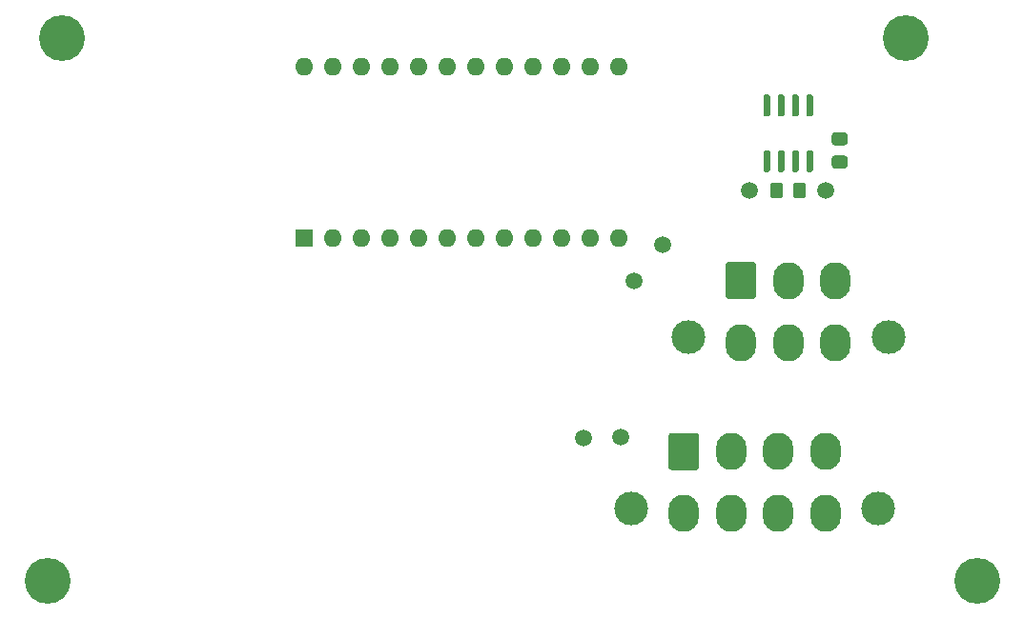
<source format=gbr>
G04 #@! TF.GenerationSoftware,KiCad,Pcbnew,(5.1.9)-1*
G04 #@! TF.CreationDate,2021-10-29T09:24:57-06:00*
G04 #@! TF.ProjectId,ABSIS_Bus_Master,41425349-535f-4427-9573-5f4d61737465,2*
G04 #@! TF.SameCoordinates,Original*
G04 #@! TF.FileFunction,Soldermask,Top*
G04 #@! TF.FilePolarity,Negative*
%FSLAX46Y46*%
G04 Gerber Fmt 4.6, Leading zero omitted, Abs format (unit mm)*
G04 Created by KiCad (PCBNEW (5.1.9)-1) date 2021-10-29 09:24:57*
%MOMM*%
%LPD*%
G01*
G04 APERTURE LIST*
%ADD10O,1.600000X1.600000*%
%ADD11R,1.600000X1.600000*%
%ADD12C,1.500000*%
%ADD13C,4.064000*%
%ADD14O,2.700000X3.300000*%
%ADD15C,3.000000*%
G04 APERTURE END LIST*
D10*
X140173000Y-73426000D03*
X168113000Y-88666000D03*
X142713000Y-73426000D03*
X165573000Y-88666000D03*
X145253000Y-73426000D03*
X163033000Y-88666000D03*
X147793000Y-73426000D03*
X160493000Y-88666000D03*
X150333000Y-73426000D03*
X157953000Y-88666000D03*
X152873000Y-73426000D03*
X155413000Y-88666000D03*
X155413000Y-73426000D03*
X152873000Y-88666000D03*
X157953000Y-73426000D03*
X150333000Y-88666000D03*
X160493000Y-73426000D03*
X147793000Y-88666000D03*
X163033000Y-73426000D03*
X145253000Y-88666000D03*
X165573000Y-73426000D03*
X142713000Y-88666000D03*
X168113000Y-73426000D03*
D11*
X140173000Y-88666000D03*
G36*
G01*
X188156001Y-82499000D02*
X187255999Y-82499000D01*
G75*
G02*
X187006000Y-82249001I0J249999D01*
G01*
X187006000Y-81598999D01*
G75*
G02*
X187255999Y-81349000I249999J0D01*
G01*
X188156001Y-81349000D01*
G75*
G02*
X188406000Y-81598999I0J-249999D01*
G01*
X188406000Y-82249001D01*
G75*
G02*
X188156001Y-82499000I-249999J0D01*
G01*
G37*
G36*
G01*
X188156001Y-80449000D02*
X187255999Y-80449000D01*
G75*
G02*
X187006000Y-80199001I0J249999D01*
G01*
X187006000Y-79548999D01*
G75*
G02*
X187255999Y-79299000I249999J0D01*
G01*
X188156001Y-79299000D01*
G75*
G02*
X188406000Y-79548999I0J-249999D01*
G01*
X188406000Y-80199001D01*
G75*
G02*
X188156001Y-80449000I-249999J0D01*
G01*
G37*
D12*
X186436000Y-84455000D03*
G36*
G01*
X184734000Y-84004999D02*
X184734000Y-84905001D01*
G75*
G02*
X184484001Y-85155000I-249999J0D01*
G01*
X183833999Y-85155000D01*
G75*
G02*
X183584000Y-84905001I0J249999D01*
G01*
X183584000Y-84004999D01*
G75*
G02*
X183833999Y-83755000I249999J0D01*
G01*
X184484001Y-83755000D01*
G75*
G02*
X184734000Y-84004999I0J-249999D01*
G01*
G37*
G36*
G01*
X182684000Y-84004999D02*
X182684000Y-84905001D01*
G75*
G02*
X182434001Y-85155000I-249999J0D01*
G01*
X181783999Y-85155000D01*
G75*
G02*
X181534000Y-84905001I0J249999D01*
G01*
X181534000Y-84004999D01*
G75*
G02*
X181783999Y-83755000I249999J0D01*
G01*
X182434001Y-83755000D01*
G75*
G02*
X182684000Y-84004999I0J-249999D01*
G01*
G37*
G36*
G01*
X184889000Y-75925000D02*
X185189000Y-75925000D01*
G75*
G02*
X185339000Y-76075000I0J-150000D01*
G01*
X185339000Y-77725000D01*
G75*
G02*
X185189000Y-77875000I-150000J0D01*
G01*
X184889000Y-77875000D01*
G75*
G02*
X184739000Y-77725000I0J150000D01*
G01*
X184739000Y-76075000D01*
G75*
G02*
X184889000Y-75925000I150000J0D01*
G01*
G37*
G36*
G01*
X183619000Y-75925000D02*
X183919000Y-75925000D01*
G75*
G02*
X184069000Y-76075000I0J-150000D01*
G01*
X184069000Y-77725000D01*
G75*
G02*
X183919000Y-77875000I-150000J0D01*
G01*
X183619000Y-77875000D01*
G75*
G02*
X183469000Y-77725000I0J150000D01*
G01*
X183469000Y-76075000D01*
G75*
G02*
X183619000Y-75925000I150000J0D01*
G01*
G37*
G36*
G01*
X182349000Y-75925000D02*
X182649000Y-75925000D01*
G75*
G02*
X182799000Y-76075000I0J-150000D01*
G01*
X182799000Y-77725000D01*
G75*
G02*
X182649000Y-77875000I-150000J0D01*
G01*
X182349000Y-77875000D01*
G75*
G02*
X182199000Y-77725000I0J150000D01*
G01*
X182199000Y-76075000D01*
G75*
G02*
X182349000Y-75925000I150000J0D01*
G01*
G37*
G36*
G01*
X181079000Y-75925000D02*
X181379000Y-75925000D01*
G75*
G02*
X181529000Y-76075000I0J-150000D01*
G01*
X181529000Y-77725000D01*
G75*
G02*
X181379000Y-77875000I-150000J0D01*
G01*
X181079000Y-77875000D01*
G75*
G02*
X180929000Y-77725000I0J150000D01*
G01*
X180929000Y-76075000D01*
G75*
G02*
X181079000Y-75925000I150000J0D01*
G01*
G37*
G36*
G01*
X181079000Y-80875000D02*
X181379000Y-80875000D01*
G75*
G02*
X181529000Y-81025000I0J-150000D01*
G01*
X181529000Y-82675000D01*
G75*
G02*
X181379000Y-82825000I-150000J0D01*
G01*
X181079000Y-82825000D01*
G75*
G02*
X180929000Y-82675000I0J150000D01*
G01*
X180929000Y-81025000D01*
G75*
G02*
X181079000Y-80875000I150000J0D01*
G01*
G37*
G36*
G01*
X182349000Y-80875000D02*
X182649000Y-80875000D01*
G75*
G02*
X182799000Y-81025000I0J-150000D01*
G01*
X182799000Y-82675000D01*
G75*
G02*
X182649000Y-82825000I-150000J0D01*
G01*
X182349000Y-82825000D01*
G75*
G02*
X182199000Y-82675000I0J150000D01*
G01*
X182199000Y-81025000D01*
G75*
G02*
X182349000Y-80875000I150000J0D01*
G01*
G37*
G36*
G01*
X183619000Y-80875000D02*
X183919000Y-80875000D01*
G75*
G02*
X184069000Y-81025000I0J-150000D01*
G01*
X184069000Y-82675000D01*
G75*
G02*
X183919000Y-82825000I-150000J0D01*
G01*
X183619000Y-82825000D01*
G75*
G02*
X183469000Y-82675000I0J150000D01*
G01*
X183469000Y-81025000D01*
G75*
G02*
X183619000Y-80875000I150000J0D01*
G01*
G37*
G36*
G01*
X184889000Y-80875000D02*
X185189000Y-80875000D01*
G75*
G02*
X185339000Y-81025000I0J-150000D01*
G01*
X185339000Y-82675000D01*
G75*
G02*
X185189000Y-82825000I-150000J0D01*
G01*
X184889000Y-82825000D01*
G75*
G02*
X184739000Y-82675000I0J150000D01*
G01*
X184739000Y-81025000D01*
G75*
G02*
X184889000Y-80875000I150000J0D01*
G01*
G37*
X179705000Y-84455000D03*
D13*
X117348000Y-119126000D03*
X199898000Y-119126000D03*
X118618000Y-70866000D03*
X193548000Y-70866000D03*
D12*
X164973000Y-106426000D03*
X171958000Y-89281000D03*
X169418000Y-92456000D03*
X168275000Y-106362500D03*
G36*
G01*
X172513000Y-109065999D02*
X172513000Y-106266001D01*
G75*
G02*
X172763001Y-106016000I250001J0D01*
G01*
X174962999Y-106016000D01*
G75*
G02*
X175213000Y-106266001I0J-250001D01*
G01*
X175213000Y-109065999D01*
G75*
G02*
X174962999Y-109316000I-250001J0D01*
G01*
X172763001Y-109316000D01*
G75*
G02*
X172513000Y-109065999I0J250001D01*
G01*
G37*
D14*
X178063000Y-107666000D03*
X182263000Y-107666000D03*
X186463000Y-107666000D03*
X173863000Y-113166000D03*
X178063000Y-113166000D03*
X182263000Y-113166000D03*
X186463000Y-113166000D03*
D15*
X169163000Y-112706000D03*
X191163000Y-112706000D03*
G36*
G01*
X177593000Y-93855999D02*
X177593000Y-91056001D01*
G75*
G02*
X177843001Y-90806000I250001J0D01*
G01*
X180042999Y-90806000D01*
G75*
G02*
X180293000Y-91056001I0J-250001D01*
G01*
X180293000Y-93855999D01*
G75*
G02*
X180042999Y-94106000I-250001J0D01*
G01*
X177843001Y-94106000D01*
G75*
G02*
X177593000Y-93855999I0J250001D01*
G01*
G37*
D14*
X183143000Y-92456000D03*
X187343000Y-92456000D03*
X178943000Y-97956000D03*
X183143000Y-97956000D03*
X187343000Y-97956000D03*
D15*
X174243000Y-97496000D03*
X192043000Y-97496000D03*
M02*

</source>
